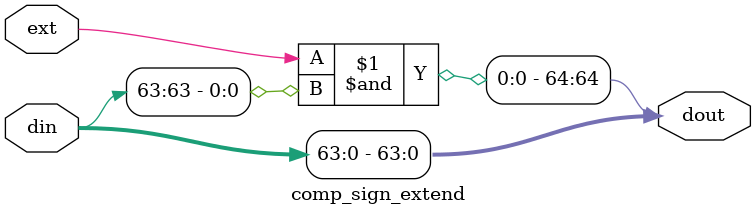
<source format=v>
`timescale 1ns / 1ps
module comp_sign_extend(
    input [63:0] din,
    input ext,
    output [64:0] dout
    );
	 
	 assign dout[64:0] = {ext & din[63], din[63:0]};

endmodule

</source>
